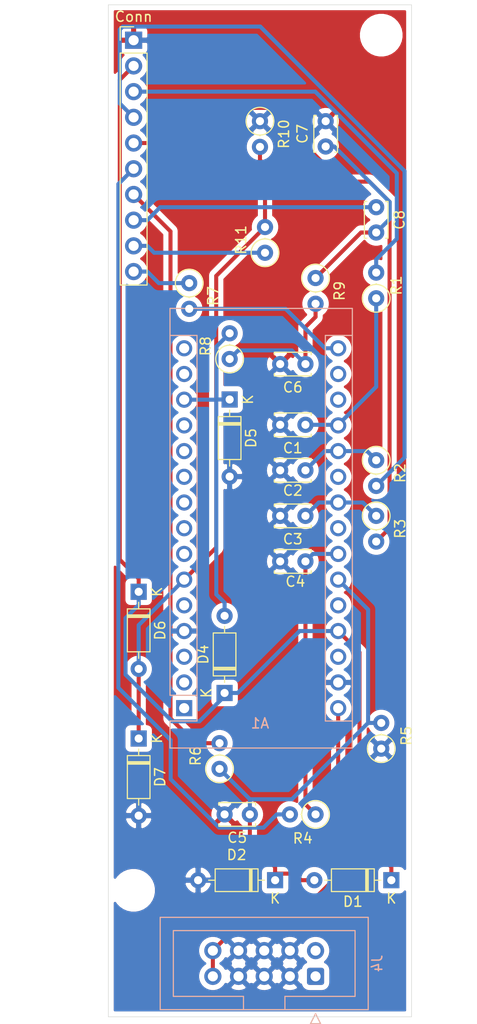
<source format=kicad_pcb>
(kicad_pcb (version 20171130) (host pcbnew "(5.1.9)-1")
  (layers (0 F.Cu signal) (31 B.Cu signal) (34 B.Paste user) (35 F.Paste user) (36 B.SilkS user) (37 F.SilkS user) (38 B.Mask user) (39 F.Mask user) (44 Edge.Cuts user))
  (net 0 "")
  (net 1 "Net-(A1-Pad16)")
  (net 2 "Net-(A1-Pad15)")
  (net 3 12V)
  (net 4 "Net-(A1-Pad14)")
  (net 5 GND)
  (net 6 "Net-(A1-Pad13)")
  (net 7 "Net-(A1-Pad28)")
  (net 8 "Net-(A1-Pad12)")
  (net 9 5V)
  (net 10 "Net-(A1-Pad11)")
  (net 11 "Net-(A1-Pad26)")
  (net 12 "Net-(A1-Pad10)")
  (net 13 "Net-(A1-Pad25)")
  (net 14 "Net-(A1-Pad9)")
  (net 15 "Net-(A1-Pad24)")
  (net 16 "Net-(A1-Pad8)")
  (net 17 "Net-(A1-Pad23)")
  (net 18 "Net-(A1-Pad7)")
  (net 19 "Net-(A1-Pad22)")
  (net 20 "Net-(A1-Pad6)")
  (net 21 "Net-(A1-Pad21)")
  (net 22 "Net-(A1-Pad5)")
  (net 23 "Net-(A1-Pad20)")
  (net 24 "Net-(A1-Pad19)")
  (net 25 "Net-(A1-Pad3)")
  (net 26 "Net-(A1-Pad18)")
  (net 27 "Net-(A1-Pad2)")
  (net 28 "Net-(A1-Pad17)")
  (net 29 "Net-(A1-Pad1)")
  (net 30 "Net-(C6-Pad1)")
  (net 31 "Net-(C7-Pad1)")
  (net 32 "Net-(C8-Pad1)")
  (net 33 "Net-(D3-Pad2)")
  (net 34 "Net-(J1-PadT)")
  (net 35 "Net-(J3-PadT)")
  (net 36 "Net-(J4-Pad2)")
  (net 37 "Net-(J4-Pad1)")
  (net 38 "Net-(R1-Pad2)")
  (net 39 "Net-(R2-Pad2)")
  (net 40 "Net-(R3-Pad2)")
  (net 41 "Net-(R4-Pad2)")
  (module Connector_PinHeader_2.54mm:PinHeader_1x10_P2.54mm_Vertical (layer F.Cu) (at 92.5 53.5)
    (fp_text reference Conn (at 0 -2.33) (layer F.SilkS))
    (fp_text value PinHeader_1x10_P2.54mm_Vertical)
    (fp_line (start -1.33 24.19) (end 1.33 24.19) (layer F.SilkS) (width 0.12))
    (fp_line (start -1.33 1.27) (end -1.33 24.19) (layer F.SilkS) (width 0.12))
    (fp_line (start 1.33 1.27) (end 1.33 24.19) (layer F.SilkS) (width 0.12))
    (fp_line (start -1.33 1.27) (end 1.33 1.27) (layer F.SilkS) (width 0.12))
    (fp_line (start -1.33 0) (end -1.33 -1.33) (layer F.SilkS) (width 0.12))
    (fp_line (start -1.33 -1.33) (end 0 -1.33) (layer F.SilkS) (width 0.12))
    (pad 10 thru_hole oval (at 0 22.86) (size 1.7 1.7) (drill 1) (layers *.Cu *.Mask) (net 33 "Net-(D3-Pad2)"))
    (pad 9 thru_hole oval (at 0 20.32) (size 1.7 1.7) (drill 1) (layers *.Cu *.Mask) (net 35 "Net-(J3-PadT)"))
    (pad 8 thru_hole oval (at 0 17.78) (size 1.7 1.7) (drill 1) (layers *.Cu *.Mask) (net 32 "Net-(C8-Pad1)"))
    (pad 7 thru_hole oval (at 0 15.24) (size 1.7 1.7) (drill 1) (layers *.Cu *.Mask) (net 34 "Net-(J1-PadT)"))
    (pad 6 thru_hole oval (at 0 12.7) (size 1.7 1.7) (drill 1) (layers *.Cu *.Mask) (net 41 "Net-(R4-Pad2)"))
    (pad 5 thru_hole oval (at 0 10.16) (size 1.7 1.7) (drill 1) (layers *.Cu *.Mask) (net 40 "Net-(R3-Pad2)"))
    (pad 4 thru_hole oval (at 0 7.62) (size 1.7 1.7) (drill 1) (layers *.Cu *.Mask) (net 39 "Net-(R2-Pad2)"))
    (pad 3 thru_hole oval (at 0 5.08) (size 1.7 1.7) (drill 1) (layers *.Cu *.Mask) (net 38 "Net-(R1-Pad2)"))
    (pad 2 thru_hole oval (at 0 2.54) (size 1.7 1.7) (drill 1) (layers *.Cu *.Mask) (net 9 5V))
    (pad 1 thru_hole rect (at 0 0) (size 1.7 1.7) (drill 1) (layers *.Cu *.Mask) (net 5 GND))
  )
  (module MountingHole:MountingHole_3.2mm_M3 (layer F.Cu) (at 92.5 137.5)
    (fp_text reference REF2 hide)
    (fp_text value MountingHole_3.2mm_M3)
    (pad 1 np_thru_hole circle (at 0 0) (size 3.2 3.2) (drill 3.2) (layers *.Cu *.Mask))
  )
  (module MountingHole:MountingHole_3.2mm_M3 (layer F.Cu) (at 117 53)
    (fp_text reference REF1 hide)
    (fp_text value MountingHole_3.2mm_M3)
    (pad 1 np_thru_hole circle (at 0 0) (size 3.2 3.2) (drill 3.2) (layers *.Cu *.Mask))
  )
  (module Diode_THT:D_DO-35_SOD27_P7.62mm_Horizontal (layer F.Cu) (at 93 122.5 270)
    (fp_text reference D7 (at 3.81 -2.12 90) (layer F.SilkS))
    (fp_text value BAT43)
    (fp_text user K (at 0 -1.8 90) (layer F.SilkS))
    (fp_line (start 1.69 -1.12) (end 1.69 1.12) (layer F.SilkS) (width 0.12))
    (fp_line (start 1.69 1.12) (end 5.93 1.12) (layer F.SilkS) (width 0.12))
    (fp_line (start 5.93 1.12) (end 5.93 -1.12) (layer F.SilkS) (width 0.12))
    (fp_line (start 5.93 -1.12) (end 1.69 -1.12) (layer F.SilkS) (width 0.12))
    (fp_line (start 1.04 0) (end 1.69 0) (layer F.SilkS) (width 0.12))
    (fp_line (start 6.58 0) (end 5.93 0) (layer F.SilkS) (width 0.12))
    (fp_line (start 2.41 -1.12) (end 2.41 1.12) (layer F.SilkS) (width 0.12))
    (fp_line (start 2.53 -1.12) (end 2.53 1.12) (layer F.SilkS) (width 0.12))
    (fp_line (start 2.29 -1.12) (end 2.29 1.12) (layer F.SilkS) (width 0.12))
    (pad 2 thru_hole oval (at 7.62 0 270) (size 1.6 1.6) (drill 0.8) (layers *.Cu *.Mask) (net 5 GND))
    (pad 1 thru_hole rect (at 0 0 270) (size 1.6 1.6) (drill 0.8) (layers *.Cu *.Mask) (net 20 "Net-(A1-Pad6)"))
  )
  (module Diode_THT:D_DO-35_SOD27_P7.62mm_Horizontal (layer F.Cu) (at 93 108 270)
    (fp_text reference D6 (at 3.81 -2.12 90) (layer F.SilkS))
    (fp_text value BAT43)
    (fp_text user K (at 0 -1.8 90) (layer F.SilkS))
    (fp_line (start 1.69 -1.12) (end 1.69 1.12) (layer F.SilkS) (width 0.12))
    (fp_line (start 1.69 1.12) (end 5.93 1.12) (layer F.SilkS) (width 0.12))
    (fp_line (start 5.93 1.12) (end 5.93 -1.12) (layer F.SilkS) (width 0.12))
    (fp_line (start 5.93 -1.12) (end 1.69 -1.12) (layer F.SilkS) (width 0.12))
    (fp_line (start 1.04 0) (end 1.69 0) (layer F.SilkS) (width 0.12))
    (fp_line (start 6.58 0) (end 5.93 0) (layer F.SilkS) (width 0.12))
    (fp_line (start 2.41 -1.12) (end 2.41 1.12) (layer F.SilkS) (width 0.12))
    (fp_line (start 2.53 -1.12) (end 2.53 1.12) (layer F.SilkS) (width 0.12))
    (fp_line (start 2.29 -1.12) (end 2.29 1.12) (layer F.SilkS) (width 0.12))
    (pad 2 thru_hole oval (at 7.62 0 270) (size 1.6 1.6) (drill 0.8) (layers *.Cu *.Mask) (net 20 "Net-(A1-Pad6)"))
    (pad 1 thru_hole rect (at 0 0 270) (size 1.6 1.6) (drill 0.8) (layers *.Cu *.Mask) (net 9 5V))
  )
  (module Diode_THT:D_DO-35_SOD27_P7.62mm_Horizontal (layer F.Cu) (at 102 89 270)
    (fp_text reference D5 (at 3.81 -2.12 90) (layer F.SilkS))
    (fp_text value BAT43)
    (fp_text user K (at 0 -1.8 90) (layer F.SilkS))
    (fp_line (start 1.69 -1.12) (end 1.69 1.12) (layer F.SilkS) (width 0.12))
    (fp_line (start 1.69 1.12) (end 5.93 1.12) (layer F.SilkS) (width 0.12))
    (fp_line (start 5.93 1.12) (end 5.93 -1.12) (layer F.SilkS) (width 0.12))
    (fp_line (start 5.93 -1.12) (end 1.69 -1.12) (layer F.SilkS) (width 0.12))
    (fp_line (start 1.04 0) (end 1.69 0) (layer F.SilkS) (width 0.12))
    (fp_line (start 6.58 0) (end 5.93 0) (layer F.SilkS) (width 0.12))
    (fp_line (start 2.41 -1.12) (end 2.41 1.12) (layer F.SilkS) (width 0.12))
    (fp_line (start 2.53 -1.12) (end 2.53 1.12) (layer F.SilkS) (width 0.12))
    (fp_line (start 2.29 -1.12) (end 2.29 1.12) (layer F.SilkS) (width 0.12))
    (pad 2 thru_hole oval (at 7.62 0 270) (size 1.6 1.6) (drill 0.8) (layers *.Cu *.Mask) (net 5 GND))
    (pad 1 thru_hole rect (at 0 0 270) (size 1.6 1.6) (drill 0.8) (layers *.Cu *.Mask) (net 6 "Net-(A1-Pad13)"))
  )
  (module Diode_THT:D_DO-35_SOD27_P7.62mm_Horizontal (layer F.Cu) (at 101.5 118 90)
    (fp_text reference D4 (at 3.81 -2.12 90) (layer F.SilkS))
    (fp_text value BAT43)
    (fp_text user K (at 0 -1.8 90) (layer F.SilkS))
    (fp_line (start 1.69 -1.12) (end 1.69 1.12) (layer F.SilkS) (width 0.12))
    (fp_line (start 1.69 1.12) (end 5.93 1.12) (layer F.SilkS) (width 0.12))
    (fp_line (start 5.93 1.12) (end 5.93 -1.12) (layer F.SilkS) (width 0.12))
    (fp_line (start 5.93 -1.12) (end 1.69 -1.12) (layer F.SilkS) (width 0.12))
    (fp_line (start 1.04 0) (end 1.69 0) (layer F.SilkS) (width 0.12))
    (fp_line (start 6.58 0) (end 5.93 0) (layer F.SilkS) (width 0.12))
    (fp_line (start 2.41 -1.12) (end 2.41 1.12) (layer F.SilkS) (width 0.12))
    (fp_line (start 2.53 -1.12) (end 2.53 1.12) (layer F.SilkS) (width 0.12))
    (fp_line (start 2.29 -1.12) (end 2.29 1.12) (layer F.SilkS) (width 0.12))
    (pad 2 thru_hole oval (at 7.62 0 90) (size 1.6 1.6) (drill 0.8) (layers *.Cu *.Mask) (net 6 "Net-(A1-Pad13)"))
    (pad 1 thru_hole rect (at 0 0 90) (size 1.6 1.6) (drill 0.8) (layers *.Cu *.Mask) (net 9 5V))
  )
  (module Diode_THT:D_DO-35_SOD27_P7.62mm_Horizontal (layer F.Cu) (at 106.5 136.5 180)
    (fp_text reference D2 (at 3.81 2.5) (layer F.SilkS))
    (fp_text value BAT43)
    (fp_text user K (at 0 -1.8) (layer F.SilkS))
    (fp_line (start 1.69 -1.12) (end 1.69 1.12) (layer F.SilkS) (width 0.12))
    (fp_line (start 1.69 1.12) (end 5.93 1.12) (layer F.SilkS) (width 0.12))
    (fp_line (start 5.93 1.12) (end 5.93 -1.12) (layer F.SilkS) (width 0.12))
    (fp_line (start 5.93 -1.12) (end 1.69 -1.12) (layer F.SilkS) (width 0.12))
    (fp_line (start 1.04 0) (end 1.69 0) (layer F.SilkS) (width 0.12))
    (fp_line (start 6.58 0) (end 5.93 0) (layer F.SilkS) (width 0.12))
    (fp_line (start 2.41 -1.12) (end 2.41 1.12) (layer F.SilkS) (width 0.12))
    (fp_line (start 2.53 -1.12) (end 2.53 1.12) (layer F.SilkS) (width 0.12))
    (fp_line (start 2.29 -1.12) (end 2.29 1.12) (layer F.SilkS) (width 0.12))
    (pad 2 thru_hole oval (at 7.62 0 180) (size 1.6 1.6) (drill 0.8) (layers *.Cu *.Mask) (net 5 GND))
    (pad 1 thru_hole rect (at 0 0 180) (size 1.6 1.6) (drill 0.8) (layers *.Cu *.Mask) (net 13 "Net-(A1-Pad25)"))
  )
  (module Diode_THT:D_DO-35_SOD27_P7.62mm_Horizontal (layer F.Cu) (at 118 136.5 180)
    (fp_text reference D1 (at 3.81 -2.12) (layer F.SilkS))
    (fp_text value BAT43)
    (fp_text user K (at 0 -1.8) (layer F.SilkS))
    (fp_line (start 1.69 -1.12) (end 1.69 1.12) (layer F.SilkS) (width 0.12))
    (fp_line (start 1.69 1.12) (end 5.93 1.12) (layer F.SilkS) (width 0.12))
    (fp_line (start 5.93 1.12) (end 5.93 -1.12) (layer F.SilkS) (width 0.12))
    (fp_line (start 5.93 -1.12) (end 1.69 -1.12) (layer F.SilkS) (width 0.12))
    (fp_line (start 1.04 0) (end 1.69 0) (layer F.SilkS) (width 0.12))
    (fp_line (start 6.58 0) (end 5.93 0) (layer F.SilkS) (width 0.12))
    (fp_line (start 2.41 -1.12) (end 2.41 1.12) (layer F.SilkS) (width 0.12))
    (fp_line (start 2.53 -1.12) (end 2.53 1.12) (layer F.SilkS) (width 0.12))
    (fp_line (start 2.29 -1.12) (end 2.29 1.12) (layer F.SilkS) (width 0.12))
    (pad 2 thru_hole oval (at 7.62 0 180) (size 1.6 1.6) (drill 0.8) (layers *.Cu *.Mask) (net 13 "Net-(A1-Pad25)"))
    (pad 1 thru_hole rect (at 0 0 180) (size 1.6 1.6) (drill 0.8) (layers *.Cu *.Mask) (net 9 5V))
  )
  (module Resistor_THT:R_Axial_DIN0207_L6.3mm_D2.5mm_P2.54mm_Vertical (layer F.Cu) (at 105.5 74.5 90)
    (fp_text reference R11 (at 1.27 -2.37 90) (layer F.SilkS))
    (fp_text value 1K)
    (fp_circle (center 0 0) (end 1.37 0) (layer F.SilkS) (width 0.12))
    (fp_line (start 1.37 0) (end 1.44 0) (layer F.SilkS) (width 0.12))
    (pad 2 thru_hole oval (at 2.54 0 90) (size 1.6 1.6) (drill 0.8) (layers *.Cu *.Mask) (net 20 "Net-(A1-Pad6)"))
    (pad 1 thru_hole circle (at 0 0 90) (size 1.6 1.6) (drill 0.8) (layers *.Cu *.Mask) (net 35 "Net-(J3-PadT)"))
  )
  (module Resistor_THT:R_Axial_DIN0207_L6.3mm_D2.5mm_P2.54mm_Vertical (layer F.Cu) (at 105 61.5 270)
    (fp_text reference R10 (at 1.27 -2.37 90) (layer F.SilkS))
    (fp_text value 100K)
    (fp_circle (center 0 0) (end 1.37 0) (layer F.SilkS) (width 0.12))
    (fp_line (start 1.37 0) (end 1.44 0) (layer F.SilkS) (width 0.12))
    (pad 2 thru_hole oval (at 2.54 0 270) (size 1.6 1.6) (drill 0.8) (layers *.Cu *.Mask) (net 20 "Net-(A1-Pad6)"))
    (pad 1 thru_hole circle (at 0 0 270) (size 1.6 1.6) (drill 0.8) (layers *.Cu *.Mask) (net 5 GND))
  )
  (module Resistor_THT:R_Axial_DIN0207_L6.3mm_D2.5mm_P2.54mm_Vertical (layer F.Cu) (at 110.5 77 270)
    (fp_text reference R9 (at 1.27 -2.37 90) (layer F.SilkS))
    (fp_text value 470R)
    (fp_circle (center 0 0) (end 1.37 0) (layer F.SilkS) (width 0.12))
    (fp_line (start 1.37 0) (end 1.44 0) (layer F.SilkS) (width 0.12))
    (pad 2 thru_hole oval (at 2.54 0 270) (size 1.6 1.6) (drill 0.8) (layers *.Cu *.Mask) (net 30 "Net-(C6-Pad1)"))
    (pad 1 thru_hole circle (at 0 0 270) (size 1.6 1.6) (drill 0.8) (layers *.Cu *.Mask) (net 31 "Net-(C7-Pad1)"))
  )
  (module Resistor_THT:R_Axial_DIN0207_L6.3mm_D2.5mm_P2.54mm_Vertical (layer F.Cu) (at 102 85 90)
    (fp_text reference R8 (at 1.27 -2.37 90) (layer F.SilkS))
    (fp_text value 470R)
    (fp_circle (center 0 0) (end 1.37 0) (layer F.SilkS) (width 0.12))
    (fp_line (start 1.37 0) (end 1.44 0) (layer F.SilkS) (width 0.12))
    (pad 2 thru_hole oval (at 2.54 0 90) (size 1.6 1.6) (drill 0.8) (layers *.Cu *.Mask) (net 6 "Net-(A1-Pad13)"))
    (pad 1 thru_hole circle (at 0 0 90) (size 1.6 1.6) (drill 0.8) (layers *.Cu *.Mask) (net 30 "Net-(C6-Pad1)"))
  )
  (module Resistor_THT:R_Axial_DIN0207_L6.3mm_D2.5mm_P2.54mm_Vertical (layer F.Cu) (at 98 77.5 270)
    (fp_text reference R7 (at 1.27 -2.37 90) (layer F.SilkS))
    (fp_text value 33K)
    (fp_circle (center 0 0) (end 1.37 0) (layer F.SilkS) (width 0.12))
    (fp_line (start 1.37 0) (end 1.44 0) (layer F.SilkS) (width 0.12))
    (pad 2 thru_hole oval (at 2.54 0 270) (size 1.6 1.6) (drill 0.8) (layers *.Cu *.Mask) (net 1 "Net-(A1-Pad16)"))
    (pad 1 thru_hole circle (at 0 0 270) (size 1.6 1.6) (drill 0.8) (layers *.Cu *.Mask) (net 33 "Net-(D3-Pad2)"))
  )
  (module Resistor_THT:R_Axial_DIN0207_L6.3mm_D2.5mm_P2.54mm_Vertical (layer F.Cu) (at 101 125.5 90)
    (fp_text reference R6 (at 1.27 -2.37 90) (layer F.SilkS))
    (fp_text value 1K)
    (fp_circle (center 0 0) (end 1.37 0) (layer F.SilkS) (width 0.12))
    (fp_line (start 1.37 0) (end 1.44 0) (layer F.SilkS) (width 0.12))
    (pad 2 thru_hole oval (at 2.54 0 90) (size 1.6 1.6) (drill 0.8) (layers *.Cu *.Mask) (net 34 "Net-(J1-PadT)"))
    (pad 1 thru_hole circle (at 0 0 90) (size 1.6 1.6) (drill 0.8) (layers *.Cu *.Mask) (net 13 "Net-(A1-Pad25)"))
  )
  (module Resistor_THT:R_Axial_DIN0207_L6.3mm_D2.5mm_P2.54mm_Vertical (layer F.Cu) (at 117 123.5 90)
    (fp_text reference R5 (at 1.27 2.5 90) (layer F.SilkS))
    (fp_text value 100K)
    (fp_circle (center 0 0) (end 1.37 0) (layer F.SilkS) (width 0.12))
    (fp_line (start 1.37 0) (end 1.44 0) (layer F.SilkS) (width 0.12))
    (pad 2 thru_hole oval (at 2.54 0 90) (size 1.6 1.6) (drill 0.8) (layers *.Cu *.Mask) (net 13 "Net-(A1-Pad25)"))
    (pad 1 thru_hole circle (at 0 0 90) (size 1.6 1.6) (drill 0.8) (layers *.Cu *.Mask) (net 5 GND))
  )
  (module Resistor_THT:R_Axial_DIN0207_L6.3mm_D2.5mm_P2.54mm_Vertical (layer F.Cu) (at 110.5 130 180)
    (fp_text reference R4 (at 1.27 -2.37) (layer F.SilkS))
    (fp_text value 1K)
    (fp_circle (center 0 0) (end 1.37 0) (layer F.SilkS) (width 0.12))
    (fp_line (start 1.37 0) (end 1.44 0) (layer F.SilkS) (width 0.12))
    (pad 2 thru_hole oval (at 2.54 0 180) (size 1.6 1.6) (drill 0.8) (layers *.Cu *.Mask) (net 41 "Net-(R4-Pad2)"))
    (pad 1 thru_hole circle (at 0 0 180) (size 1.6 1.6) (drill 0.8) (layers *.Cu *.Mask) (net 15 "Net-(A1-Pad24)"))
  )
  (module Resistor_THT:R_Axial_DIN0207_L6.3mm_D2.5mm_P2.54mm_Vertical (layer F.Cu) (at 116.5 100.5 270)
    (fp_text reference R3 (at 1.27 -2.37 90) (layer F.SilkS))
    (fp_text value 1K)
    (fp_circle (center 0 0) (end 1.37 0) (layer F.SilkS) (width 0.12))
    (fp_line (start 1.37 0) (end 1.44 0) (layer F.SilkS) (width 0.12))
    (pad 2 thru_hole oval (at 2.54 0 270) (size 1.6 1.6) (drill 0.8) (layers *.Cu *.Mask) (net 40 "Net-(R3-Pad2)"))
    (pad 1 thru_hole circle (at 0 0 270) (size 1.6 1.6) (drill 0.8) (layers *.Cu *.Mask) (net 19 "Net-(A1-Pad22)"))
  )
  (module Resistor_THT:R_Axial_DIN0207_L6.3mm_D2.5mm_P2.54mm_Vertical (layer F.Cu) (at 116.5 95 270)
    (fp_text reference R2 (at 1.27 -2.37 90) (layer F.SilkS))
    (fp_text value 1K)
    (fp_circle (center 0 0) (end 1.37 0) (layer F.SilkS) (width 0.12))
    (fp_line (start 1.37 0) (end 1.44 0) (layer F.SilkS) (width 0.12))
    (pad 2 thru_hole oval (at 2.54 0 270) (size 1.6 1.6) (drill 0.8) (layers *.Cu *.Mask) (net 39 "Net-(R2-Pad2)"))
    (pad 1 thru_hole circle (at 0 0 270) (size 1.6 1.6) (drill 0.8) (layers *.Cu *.Mask) (net 23 "Net-(A1-Pad20)"))
  )
  (module Resistor_THT:R_Axial_DIN0207_L6.3mm_D2.5mm_P2.54mm_Vertical (layer F.Cu) (at 116.5 79 90)
    (fp_text reference R1 (at 1.27 2 90) (layer F.SilkS))
    (fp_text value 1K)
    (fp_circle (center 0 0) (end 1.37 0) (layer F.SilkS) (width 0.12))
    (fp_line (start 1.37 0) (end 1.44 0) (layer F.SilkS) (width 0.12))
    (pad 2 thru_hole oval (at 2.54 0 90) (size 1.6 1.6) (drill 0.8) (layers *.Cu *.Mask) (net 38 "Net-(R1-Pad2)"))
    (pad 1 thru_hole circle (at 0 0 90) (size 1.6 1.6) (drill 0.8) (layers *.Cu *.Mask) (net 24 "Net-(A1-Pad19)"))
  )
  (module Connector_IDC:IDC-Header_2x05_P2.54mm_Vertical (layer B.Cu) (at 110.5 146 90)
    (fp_text reference J4 (at 1.27 6.1 270) (layer B.SilkS) (effects (justify mirror)))
    (fp_text value POWER)
    (fp_line (start -3.29 5.21) (end 5.83 5.21) (layer B.SilkS) (width 0.12))
    (fp_line (start 5.83 5.21) (end 5.83 -15.37) (layer B.SilkS) (width 0.12))
    (fp_line (start 5.83 -15.37) (end -3.29 -15.37) (layer B.SilkS) (width 0.12))
    (fp_line (start -3.29 -15.37) (end -3.29 5.21) (layer B.SilkS) (width 0.12))
    (fp_line (start -3.29 -3.03) (end -1.98 -3.03) (layer B.SilkS) (width 0.12))
    (fp_line (start -1.98 -3.03) (end -1.98 3.91) (layer B.SilkS) (width 0.12))
    (fp_line (start -1.98 3.91) (end 4.52 3.91) (layer B.SilkS) (width 0.12))
    (fp_line (start 4.52 3.91) (end 4.52 -14.07) (layer B.SilkS) (width 0.12))
    (fp_line (start 4.52 -14.07) (end -1.98 -14.07) (layer B.SilkS) (width 0.12))
    (fp_line (start -1.98 -14.07) (end -1.98 -7.13) (layer B.SilkS) (width 0.12))
    (fp_line (start -1.98 -7.13) (end -1.98 -7.13) (layer B.SilkS) (width 0.12))
    (fp_line (start -1.98 -7.13) (end -3.29 -7.13) (layer B.SilkS) (width 0.12))
    (fp_line (start -3.68 0) (end -4.68 0.5) (layer B.SilkS) (width 0.12))
    (fp_line (start -4.68 0.5) (end -4.68 -0.5) (layer B.SilkS) (width 0.12))
    (fp_line (start -4.68 -0.5) (end -3.68 0) (layer B.SilkS) (width 0.12))
    (pad 10 thru_hole circle (at 2.54 -10.16 90) (size 1.7 1.7) (drill 1) (layers *.Cu *.Mask) (net 3 12V))
    (pad 8 thru_hole circle (at 2.54 -7.62 90) (size 1.7 1.7) (drill 1) (layers *.Cu *.Mask) (net 5 GND))
    (pad 6 thru_hole circle (at 2.54 -5.08 90) (size 1.7 1.7) (drill 1) (layers *.Cu *.Mask) (net 5 GND))
    (pad 4 thru_hole circle (at 2.54 -2.54 90) (size 1.7 1.7) (drill 1) (layers *.Cu *.Mask) (net 5 GND))
    (pad 2 thru_hole circle (at 2.54 0 90) (size 1.7 1.7) (drill 1) (layers *.Cu *.Mask) (net 36 "Net-(J4-Pad2)"))
    (pad 9 thru_hole circle (at 0 -10.16 90) (size 1.7 1.7) (drill 1) (layers *.Cu *.Mask) (net 3 12V))
    (pad 7 thru_hole circle (at 0 -7.62 90) (size 1.7 1.7) (drill 1) (layers *.Cu *.Mask) (net 5 GND))
    (pad 5 thru_hole circle (at 0 -5.08 90) (size 1.7 1.7) (drill 1) (layers *.Cu *.Mask) (net 5 GND))
    (pad 3 thru_hole circle (at 0 -2.54 90) (size 1.7 1.7) (drill 1) (layers *.Cu *.Mask) (net 5 GND))
    (pad 1 thru_hole roundrect (at 0 0 90) (size 1.7 1.7) (drill 1) (layers *.Cu *.Mask) (roundrect_rratio 0.147059) (net 37 "Net-(J4-Pad1)"))
  )
  (module Capacitor_THT:C_Disc_D3.4mm_W2.1mm_P2.50mm (layer F.Cu) (at 116.5 70 270)
    (fp_text reference C8 (at 1.25 -2.3 90) (layer F.SilkS))
    (fp_text value 2.2nF)
    (fp_line (start -0.57 -1.17) (end 3.07 -1.17) (layer F.SilkS) (width 0.12))
    (fp_line (start -0.57 1.17) (end 3.07 1.17) (layer F.SilkS) (width 0.12))
    (fp_line (start -0.57 -1.17) (end -0.57 -0.925) (layer F.SilkS) (width 0.12))
    (fp_line (start -0.57 0.925) (end -0.57 1.17) (layer F.SilkS) (width 0.12))
    (fp_line (start 3.07 -1.17) (end 3.07 -0.925) (layer F.SilkS) (width 0.12))
    (fp_line (start 3.07 0.925) (end 3.07 1.17) (layer F.SilkS) (width 0.12))
    (pad 2 thru_hole circle (at 2.5 0 270) (size 1.6 1.6) (drill 0.8) (layers *.Cu *.Mask) (net 31 "Net-(C7-Pad1)"))
    (pad 1 thru_hole circle (at 0 0 270) (size 1.6 1.6) (drill 0.8) (layers *.Cu *.Mask) (net 32 "Net-(C8-Pad1)"))
  )
  (module Capacitor_THT:C_Disc_D3.4mm_W2.1mm_P2.50mm (layer F.Cu) (at 111.5 64 90)
    (fp_text reference C7 (at 1.25 -2.3 90) (layer F.SilkS))
    (fp_text value 470nF)
    (fp_line (start -0.57 -1.17) (end 3.07 -1.17) (layer F.SilkS) (width 0.12))
    (fp_line (start -0.57 1.17) (end 3.07 1.17) (layer F.SilkS) (width 0.12))
    (fp_line (start -0.57 -1.17) (end -0.57 -0.925) (layer F.SilkS) (width 0.12))
    (fp_line (start -0.57 0.925) (end -0.57 1.17) (layer F.SilkS) (width 0.12))
    (fp_line (start 3.07 -1.17) (end 3.07 -0.925) (layer F.SilkS) (width 0.12))
    (fp_line (start 3.07 0.925) (end 3.07 1.17) (layer F.SilkS) (width 0.12))
    (pad 2 thru_hole circle (at 2.5 0 90) (size 1.6 1.6) (drill 0.8) (layers *.Cu *.Mask) (net 5 GND))
    (pad 1 thru_hole circle (at 0 0 90) (size 1.6 1.6) (drill 0.8) (layers *.Cu *.Mask) (net 31 "Net-(C7-Pad1)"))
  )
  (module Capacitor_THT:C_Disc_D3.4mm_W2.1mm_P2.50mm (layer F.Cu) (at 109.5 85.5 180)
    (fp_text reference C6 (at 1.25 -2.3) (layer F.SilkS))
    (fp_text value 2.2uF)
    (fp_line (start -0.57 -1.17) (end 3.07 -1.17) (layer F.SilkS) (width 0.12))
    (fp_line (start -0.57 1.17) (end 3.07 1.17) (layer F.SilkS) (width 0.12))
    (fp_line (start -0.57 -1.17) (end -0.57 -0.925) (layer F.SilkS) (width 0.12))
    (fp_line (start -0.57 0.925) (end -0.57 1.17) (layer F.SilkS) (width 0.12))
    (fp_line (start 3.07 -1.17) (end 3.07 -0.925) (layer F.SilkS) (width 0.12))
    (fp_line (start 3.07 0.925) (end 3.07 1.17) (layer F.SilkS) (width 0.12))
    (pad 2 thru_hole circle (at 2.5 0 180) (size 1.6 1.6) (drill 0.8) (layers *.Cu *.Mask) (net 5 GND))
    (pad 1 thru_hole circle (at 0 0 180) (size 1.6 1.6) (drill 0.8) (layers *.Cu *.Mask) (net 30 "Net-(C6-Pad1)"))
  )
  (module Capacitor_THT:C_Disc_D3.4mm_W2.1mm_P2.50mm (layer F.Cu) (at 104 130 180)
    (fp_text reference C5 (at 1.25 -2.3) (layer F.SilkS))
    (fp_text value 100pF)
    (fp_line (start -0.57 -1.17) (end 3.07 -1.17) (layer F.SilkS) (width 0.12))
    (fp_line (start -0.57 1.17) (end 3.07 1.17) (layer F.SilkS) (width 0.12))
    (fp_line (start -0.57 -1.17) (end -0.57 -0.925) (layer F.SilkS) (width 0.12))
    (fp_line (start -0.57 0.925) (end -0.57 1.17) (layer F.SilkS) (width 0.12))
    (fp_line (start 3.07 -1.17) (end 3.07 -0.925) (layer F.SilkS) (width 0.12))
    (fp_line (start 3.07 0.925) (end 3.07 1.17) (layer F.SilkS) (width 0.12))
    (pad 2 thru_hole circle (at 2.5 0 180) (size 1.6 1.6) (drill 0.8) (layers *.Cu *.Mask) (net 5 GND))
    (pad 1 thru_hole circle (at 0 0 180) (size 1.6 1.6) (drill 0.8) (layers *.Cu *.Mask) (net 13 "Net-(A1-Pad25)"))
  )
  (module Capacitor_THT:C_Disc_D3.4mm_W2.1mm_P2.50mm (layer F.Cu) (at 109.5 105 180)
    (fp_text reference C4 (at 1 -2) (layer F.SilkS))
    (fp_text value 100pF)
    (fp_line (start -0.57 -1.17) (end 3.07 -1.17) (layer F.SilkS) (width 0.12))
    (fp_line (start -0.57 1.17) (end 3.07 1.17) (layer F.SilkS) (width 0.12))
    (fp_line (start -0.57 -1.17) (end -0.57 -0.925) (layer F.SilkS) (width 0.12))
    (fp_line (start -0.57 0.925) (end -0.57 1.17) (layer F.SilkS) (width 0.12))
    (fp_line (start 3.07 -1.17) (end 3.07 -0.925) (layer F.SilkS) (width 0.12))
    (fp_line (start 3.07 0.925) (end 3.07 1.17) (layer F.SilkS) (width 0.12))
    (pad 2 thru_hole circle (at 2.5 0 180) (size 1.6 1.6) (drill 0.8) (layers *.Cu *.Mask) (net 5 GND))
    (pad 1 thru_hole circle (at 0 0 180) (size 1.6 1.6) (drill 0.8) (layers *.Cu *.Mask) (net 15 "Net-(A1-Pad24)"))
  )
  (module Capacitor_THT:C_Disc_D3.4mm_W2.1mm_P2.50mm (layer F.Cu) (at 109.5 100.5 180)
    (fp_text reference C3 (at 1.25 -2.3) (layer F.SilkS))
    (fp_text value 100pF)
    (fp_line (start -0.57 -1.17) (end 3.07 -1.17) (layer F.SilkS) (width 0.12))
    (fp_line (start -0.57 1.17) (end 3.07 1.17) (layer F.SilkS) (width 0.12))
    (fp_line (start -0.57 -1.17) (end -0.57 -0.925) (layer F.SilkS) (width 0.12))
    (fp_line (start -0.57 0.925) (end -0.57 1.17) (layer F.SilkS) (width 0.12))
    (fp_line (start 3.07 -1.17) (end 3.07 -0.925) (layer F.SilkS) (width 0.12))
    (fp_line (start 3.07 0.925) (end 3.07 1.17) (layer F.SilkS) (width 0.12))
    (pad 2 thru_hole circle (at 2.5 0 180) (size 1.6 1.6) (drill 0.8) (layers *.Cu *.Mask) (net 5 GND))
    (pad 1 thru_hole circle (at 0 0 180) (size 1.6 1.6) (drill 0.8) (layers *.Cu *.Mask) (net 19 "Net-(A1-Pad22)"))
  )
  (module Capacitor_THT:C_Disc_D3.4mm_W2.1mm_P2.50mm (layer F.Cu) (at 109.5 96 180)
    (fp_text reference C2 (at 1.25 -2) (layer F.SilkS))
    (fp_text value 100pF)
    (fp_line (start -0.57 -1.17) (end 3.07 -1.17) (layer F.SilkS) (width 0.12))
    (fp_line (start -0.57 1.17) (end 3.07 1.17) (layer F.SilkS) (width 0.12))
    (fp_line (start -0.57 -1.17) (end -0.57 -0.925) (layer F.SilkS) (width 0.12))
    (fp_line (start -0.57 0.925) (end -0.57 1.17) (layer F.SilkS) (width 0.12))
    (fp_line (start 3.07 -1.17) (end 3.07 -0.925) (layer F.SilkS) (width 0.12))
    (fp_line (start 3.07 0.925) (end 3.07 1.17) (layer F.SilkS) (width 0.12))
    (pad 2 thru_hole circle (at 2.5 0 180) (size 1.6 1.6) (drill 0.8) (layers *.Cu *.Mask) (net 5 GND))
    (pad 1 thru_hole circle (at 0 0 180) (size 1.6 1.6) (drill 0.8) (layers *.Cu *.Mask) (net 23 "Net-(A1-Pad20)"))
  )
  (module Capacitor_THT:C_Disc_D3.4mm_W2.1mm_P2.50mm (layer F.Cu) (at 109.5 91.5 180)
    (fp_text reference C1 (at 1.25 -2.3) (layer F.SilkS))
    (fp_text value 100pF)
    (fp_line (start -0.57 -1.17) (end 3.07 -1.17) (layer F.SilkS) (width 0.12))
    (fp_line (start -0.57 1.17) (end 3.07 1.17) (layer F.SilkS) (width 0.12))
    (fp_line (start -0.57 -1.17) (end -0.57 -0.925) (layer F.SilkS) (width 0.12))
    (fp_line (start -0.57 0.925) (end -0.57 1.17) (layer F.SilkS) (width 0.12))
    (fp_line (start 3.07 -1.17) (end 3.07 -0.925) (layer F.SilkS) (width 0.12))
    (fp_line (start 3.07 0.925) (end 3.07 1.17) (layer F.SilkS) (width 0.12))
    (pad 2 thru_hole circle (at 2.5 0 180) (size 1.6 1.6) (drill 0.8) (layers *.Cu *.Mask) (net 5 GND))
    (pad 1 thru_hole circle (at 0 0 180) (size 1.6 1.6) (drill 0.8) (layers *.Cu *.Mask) (net 24 "Net-(A1-Pad19)"))
  )
  (module Module:Arduino_Nano (layer B.Cu) (at 97.5 119.5)
    (fp_text reference A1 (at 7.5 1.5) (layer B.SilkS) (effects (justify mirror)))
    (fp_text value Arduino_Nano_v3.x)
    (fp_line (start 1.27 -1.27) (end 1.27 1.27) (layer B.SilkS) (width 0.12))
    (fp_line (start 1.27 1.27) (end -1.4 1.27) (layer B.SilkS) (width 0.12))
    (fp_line (start -1.4 -1.27) (end -1.4 -39.5) (layer B.SilkS) (width 0.12))
    (fp_line (start -1.4 3.94) (end -1.4 1.27) (layer B.SilkS) (width 0.12))
    (fp_line (start 13.97 1.27) (end 16.64 1.27) (layer B.SilkS) (width 0.12))
    (fp_line (start 13.97 1.27) (end 13.97 -36.83) (layer B.SilkS) (width 0.12))
    (fp_line (start 13.97 -36.83) (end 16.64 -36.83) (layer B.SilkS) (width 0.12))
    (fp_line (start 1.27 -1.27) (end -1.4 -1.27) (layer B.SilkS) (width 0.12))
    (fp_line (start 1.27 -1.27) (end 1.27 -36.83) (layer B.SilkS) (width 0.12))
    (fp_line (start 1.27 -36.83) (end -1.4 -36.83) (layer B.SilkS) (width 0.12))
    (fp_line (start -1.4 -39.5) (end 16.64 -39.5) (layer B.SilkS) (width 0.12))
    (fp_line (start 16.64 -39.5) (end 16.64 3.94) (layer B.SilkS) (width 0.12))
    (fp_line (start 16.64 3.94) (end -1.4 3.94) (layer B.SilkS) (width 0.12))
    (pad 16 thru_hole oval (at 15.24 -35.56) (size 1.6 1.6) (drill 1) (layers *.Cu *.Mask) (net 1 "Net-(A1-Pad16)"))
    (pad 15 thru_hole oval (at 0 -35.56) (size 1.6 1.6) (drill 1) (layers *.Cu *.Mask) (net 2 "Net-(A1-Pad15)"))
    (pad 30 thru_hole oval (at 15.24 0) (size 1.6 1.6) (drill 1) (layers *.Cu *.Mask) (net 3 12V))
    (pad 14 thru_hole oval (at 0 -33.02) (size 1.6 1.6) (drill 1) (layers *.Cu *.Mask) (net 4 "Net-(A1-Pad14)"))
    (pad 29 thru_hole oval (at 15.24 -2.54) (size 1.6 1.6) (drill 1) (layers *.Cu *.Mask) (net 5 GND))
    (pad 13 thru_hole oval (at 0 -30.48) (size 1.6 1.6) (drill 1) (layers *.Cu *.Mask) (net 6 "Net-(A1-Pad13)"))
    (pad 28 thru_hole oval (at 15.24 -5.08) (size 1.6 1.6) (drill 1) (layers *.Cu *.Mask) (net 7 "Net-(A1-Pad28)"))
    (pad 12 thru_hole oval (at 0 -27.94) (size 1.6 1.6) (drill 1) (layers *.Cu *.Mask) (net 8 "Net-(A1-Pad12)"))
    (pad 27 thru_hole oval (at 15.24 -7.62) (size 1.6 1.6) (drill 1) (layers *.Cu *.Mask) (net 9 5V))
    (pad 11 thru_hole oval (at 0 -25.4) (size 1.6 1.6) (drill 1) (layers *.Cu *.Mask) (net 10 "Net-(A1-Pad11)"))
    (pad 26 thru_hole oval (at 15.24 -10.16) (size 1.6 1.6) (drill 1) (layers *.Cu *.Mask) (net 11 "Net-(A1-Pad26)"))
    (pad 10 thru_hole oval (at 0 -22.86) (size 1.6 1.6) (drill 1) (layers *.Cu *.Mask) (net 12 "Net-(A1-Pad10)"))
    (pad 25 thru_hole oval (at 15.24 -12.7) (size 1.6 1.6) (drill 1) (layers *.Cu *.Mask) (net 13 "Net-(A1-Pad25)"))
    (pad 9 thru_hole oval (at 0 -20.32) (size 1.6 1.6) (drill 1) (layers *.Cu *.Mask) (net 14 "Net-(A1-Pad9)"))
    (pad 24 thru_hole oval (at 15.24 -15.24) (size 1.6 1.6) (drill 1) (layers *.Cu *.Mask) (net 15 "Net-(A1-Pad24)"))
    (pad 8 thru_hole oval (at 0 -17.78) (size 1.6 1.6) (drill 1) (layers *.Cu *.Mask) (net 16 "Net-(A1-Pad8)"))
    (pad 23 thru_hole oval (at 15.24 -17.78) (size 1.6 1.6) (drill 1) (layers *.Cu *.Mask) (net 17 "Net-(A1-Pad23)"))
    (pad 7 thru_hole oval (at 0 -15.24) (size 1.6 1.6) (drill 1) (layers *.Cu *.Mask) (net 18 "Net-(A1-Pad7)"))
    (pad 22 thru_hole oval (at 15.24 -20.32) (size 1.6 1.6) (drill 1) (layers *.Cu *.Mask) (net 19 "Net-(A1-Pad22)"))
    (pad 6 thru_hole oval (at 0 -12.7) (size 1.6 1.6) (drill 1) (layers *.Cu *.Mask) (net 20 "Net-(A1-Pad6)"))
    (pad 21 thru_hole oval (at 15.24 -22.86) (size 1.6 1.6) (drill 1) (layers *.Cu *.Mask) (net 21 "Net-(A1-Pad21)"))
    (pad 5 thru_hole oval (at 0 -10.16) (size 1.6 1.6) (drill 1) (layers *.Cu *.Mask) (net 22 "Net-(A1-Pad5)"))
    (pad 20 thru_hole oval (at 15.24 -25.4) (size 1.6 1.6) (drill 1) (layers *.Cu *.Mask) (net 23 "Net-(A1-Pad20)"))
    (pad 4 thru_hole oval (at 0 -7.62) (size 1.6 1.6) (drill 1) (layers *.Cu *.Mask) (net 5 GND))
    (pad 19 thru_hole oval (at 15.24 -27.94) (size 1.6 1.6) (drill 1) (layers *.Cu *.Mask) (net 24 "Net-(A1-Pad19)"))
    (pad 3 thru_hole oval (at 0 -5.08) (size 1.6 1.6) (drill 1) (layers *.Cu *.Mask) (net 25 "Net-(A1-Pad3)"))
    (pad 18 thru_hole oval (at 15.24 -30.48) (size 1.6 1.6) (drill 1) (layers *.Cu *.Mask) (net 26 "Net-(A1-Pad18)"))
    (pad 2 thru_hole oval (at 0 -2.54) (size 1.6 1.6) (drill 1) (layers *.Cu *.Mask) (net 27 "Net-(A1-Pad2)"))
    (pad 17 thru_hole oval (at 15.24 -33.02) (size 1.6 1.6) (drill 1) (layers *.Cu *.Mask) (net 28 "Net-(A1-Pad17)"))
    (pad 1 thru_hole rect (at 0 0) (size 1.6 1.6) (drill 1) (layers *.Cu *.Mask) (net 29 "Net-(A1-Pad1)"))
  )
  (gr_line (start 120 50) (end 90 50) (layer Edge.Cuts) (width 0.05))
  (gr_line (start 120 150) (end 120 50) (layer Edge.Cuts) (width 0.05))
  (gr_line (start 90 150) (end 120 150) (layer Edge.Cuts) (width 0.05))
  (gr_line (start 90 50) (end 90 150) (layer Edge.Cuts) (width 0.05))
  (segment (start 112.74 83.94) (end 111.4397 83.94) (width 0.4) (layer B.Cu) (net 1))
  (segment (start 111.4397 83.94) (end 107.5397 80.04) (width 0.4) (layer B.Cu) (net 1))
  (segment (start 107.5397 80.04) (end 98 80.04) (width 0.4) (layer B.Cu) (net 1))
  (segment (start 112.74 119.5) (end 112.74 135.9943) (width 0.4) (layer F.Cu) (net 3))
  (segment (start 112.74 135.9943) (end 109.2489 139.4854) (width 0.4) (layer F.Cu) (net 3))
  (segment (start 109.2489 139.4854) (end 104.3146 139.4854) (width 0.4) (layer F.Cu) (net 3))
  (segment (start 104.3146 139.4854) (end 100.34 143.46) (width 0.4) (layer F.Cu) (net 3))
  (segment (start 100.34 146) (end 100.34 143.46) (width 0.4) (layer F.Cu) (net 3))
  (segment (start 100.6797 89.02) (end 100.6997 89) (width 0.4) (layer B.Cu) (net 6))
  (segment (start 97.5 89.02) (end 100.6797 89.02) (width 0.4) (layer B.Cu) (net 6))
  (segment (start 100.6797 89.02) (end 100.6797 108.2594) (width 0.4) (layer B.Cu) (net 6))
  (segment (start 100.6797 108.2594) (end 101.5 109.0797) (width 0.4) (layer B.Cu) (net 6))
  (segment (start 101.5 110.38) (end 101.5 109.0797) (width 0.4) (layer B.Cu) (net 6))
  (segment (start 102 82.46) (end 100.6997 83.7603) (width 0.4) (layer B.Cu) (net 6))
  (segment (start 100.6997 83.7603) (end 100.6997 89) (width 0.4) (layer B.Cu) (net 6))
  (segment (start 102 89) (end 100.6997 89) (width 0.4) (layer B.Cu) (net 6))
  (segment (start 93 108) (end 93 106.6997) (width 0.4) (layer F.Cu) (net 9))
  (segment (start 93 106.6997) (end 91.1283 104.828) (width 0.4) (layer F.Cu) (net 9))
  (segment (start 91.1283 104.828) (end 91.1283 57.4117) (width 0.4) (layer F.Cu) (net 9))
  (segment (start 91.1283 57.4117) (end 92.5 56.04) (width 0.4) (layer F.Cu) (net 9))
  (segment (start 118 136.5) (end 118 135.1997) (width 0.4) (layer F.Cu) (net 9))
  (segment (start 112.74 111.88) (end 114.8483 113.9883) (width 0.4) (layer F.Cu) (net 9))
  (segment (start 114.8483 113.9883) (end 114.8483 132.048) (width 0.4) (layer F.Cu) (net 9))
  (segment (start 114.8483 132.048) (end 118 135.1997) (width 0.4) (layer F.Cu) (net 9))
  (segment (start 93 108) (end 93 109.3003) (width 0.4) (layer B.Cu) (net 9))
  (segment (start 101.8082 118) (end 99.0078 120.8004) (width 0.4) (layer B.Cu) (net 9))
  (segment (start 99.0078 120.8004) (end 96.311 120.8004) (width 0.4) (layer B.Cu) (net 9))
  (segment (start 96.311 120.8004) (end 91.6997 116.1891) (width 0.4) (layer B.Cu) (net 9))
  (segment (start 91.6997 116.1891) (end 91.6997 110.6006) (width 0.4) (layer B.Cu) (net 9))
  (segment (start 91.6997 110.6006) (end 93 109.3003) (width 0.4) (layer B.Cu) (net 9))
  (segment (start 102.1502 118) (end 102.8003 118) (width 0.4) (layer B.Cu) (net 9))
  (segment (start 101.5 118) (end 101.8082 118) (width 0.4) (layer B.Cu) (net 9))
  (segment (start 102.1502 118) (end 101.8082 118) (width 0.4) (layer B.Cu) (net 9))
  (segment (start 112.74 111.88) (end 108.9203 111.88) (width 0.4) (layer B.Cu) (net 9))
  (segment (start 108.9203 111.88) (end 102.8003 118) (width 0.4) (layer B.Cu) (net 9))
  (segment (start 112.74 106.8) (end 115.6997 109.7597) (width 0.4) (layer B.Cu) (net 13))
  (segment (start 115.6997 109.7597) (end 115.6997 120.96) (width 0.4) (layer B.Cu) (net 13))
  (segment (start 117 120.96) (end 115.6997 120.96) (width 0.4) (layer B.Cu) (net 13))
  (segment (start 104 128.5) (end 101 125.5) (width 0.4) (layer B.Cu) (net 13))
  (segment (start 104 130) (end 104 128.5) (width 0.4) (layer B.Cu) (net 13))
  (segment (start 104 128.5) (end 108.1597 128.5) (width 0.4) (layer B.Cu) (net 13))
  (segment (start 108.1597 128.5) (end 115.6997 120.96) (width 0.4) (layer B.Cu) (net 13))
  (segment (start 110.38 136.5) (end 109.0797 136.5) (width 0.4) (layer F.Cu) (net 13))
  (segment (start 106.5 135.8498) (end 108.4295 135.8498) (width 0.4) (layer F.Cu) (net 13))
  (segment (start 108.4295 135.8498) (end 109.0797 136.5) (width 0.4) (layer F.Cu) (net 13))
  (segment (start 106.5 135.8498) (end 106.5 135.1997) (width 0.4) (layer F.Cu) (net 13))
  (segment (start 106.5 136.5) (end 106.5 135.8498) (width 0.4) (layer F.Cu) (net 13))
  (segment (start 104 130) (end 104 132.6997) (width 0.4) (layer F.Cu) (net 13))
  (segment (start 104 132.6997) (end 106.5 135.1997) (width 0.4) (layer F.Cu) (net 13))
  (segment (start 109.5 105) (end 109.5 129) (width 0.4) (layer F.Cu) (net 15))
  (segment (start 109.5 129) (end 110.5 130) (width 0.4) (layer F.Cu) (net 15))
  (segment (start 112.74 104.26) (end 110.24 104.26) (width 0.4) (layer B.Cu) (net 15))
  (segment (start 110.24 104.26) (end 109.5 105) (width 0.4) (layer B.Cu) (net 15))
  (segment (start 112.74 99.18) (end 115.18 99.18) (width 0.4) (layer B.Cu) (net 19))
  (segment (start 115.18 99.18) (end 116.5 100.5) (width 0.4) (layer B.Cu) (net 19))
  (segment (start 109.5 100.5) (end 110.82 99.18) (width 0.4) (layer B.Cu) (net 19))
  (segment (start 110.82 99.18) (end 112.74 99.18) (width 0.4) (layer B.Cu) (net 19))
  (segment (start 105 64.04) (end 105 65.3403) (width 0.4) (layer F.Cu) (net 20))
  (segment (start 105 65.3403) (end 105.5 65.8403) (width 0.4) (layer F.Cu) (net 20))
  (segment (start 105.5 65.8403) (end 105.5 71.96) (width 0.4) (layer F.Cu) (net 20))
  (segment (start 97.5 106.8) (end 100.6718 103.6282) (width 0.4) (layer F.Cu) (net 20))
  (segment (start 100.6718 103.6282) (end 100.6718 76.7882) (width 0.4) (layer F.Cu) (net 20))
  (segment (start 100.6718 76.7882) (end 105.5 71.96) (width 0.4) (layer F.Cu) (net 20))
  (segment (start 97.5 106.8) (end 93 111.3) (width 0.4) (layer B.Cu) (net 20))
  (segment (start 93 111.3) (end 93 115.62) (width 0.4) (layer B.Cu) (net 20))
  (segment (start 93 115.62) (end 93 122.5) (width 0.4) (layer F.Cu) (net 20))
  (segment (start 112.74 94.1) (end 115.6 94.1) (width 0.4) (layer B.Cu) (net 23))
  (segment (start 115.6 94.1) (end 116.5 95) (width 0.4) (layer B.Cu) (net 23))
  (segment (start 109.5 96) (end 111.4 94.1) (width 0.4) (layer B.Cu) (net 23))
  (segment (start 111.4 94.1) (end 112.74 94.1) (width 0.4) (layer B.Cu) (net 23))
  (segment (start 112.74 91.5) (end 116.5 87.74) (width 0.4) (layer B.Cu) (net 24))
  (segment (start 116.5 87.74) (end 116.5 79) (width 0.4) (layer B.Cu) (net 24))
  (segment (start 112.74 91.56) (end 112.74 91.5) (width 0.4) (layer B.Cu) (net 24))
  (segment (start 112.74 91.5) (end 109.5 91.5) (width 0.4) (layer B.Cu) (net 24))
  (segment (start 110.5 79.54) (end 110.5 80.8403) (width 0.4) (layer F.Cu) (net 30))
  (segment (start 109.5 85.5) (end 109.5 81.8403) (width 0.4) (layer F.Cu) (net 30))
  (segment (start 109.5 81.8403) (end 110.5 80.8403) (width 0.4) (layer F.Cu) (net 30))
  (segment (start 109.5 85.5) (end 108.1478 84.1478) (width 0.4) (layer B.Cu) (net 30))
  (segment (start 108.1478 84.1478) (end 102.8522 84.1478) (width 0.4) (layer B.Cu) (net 30))
  (segment (start 102.8522 84.1478) (end 102 85) (width 0.4) (layer B.Cu) (net 30))
  (segment (start 111.5 64) (end 112.3502 64) (width 0.4) (layer B.Cu) (net 31))
  (segment (start 112.3502 64) (end 117.8362 69.486) (width 0.4) (layer B.Cu) (net 31))
  (segment (start 117.8362 69.486) (end 117.8362 71.1638) (width 0.4) (layer B.Cu) (net 31))
  (segment (start 117.8362 71.1638) (end 116.5 72.5) (width 0.4) (layer B.Cu) (net 31))
  (segment (start 116.5 72.5) (end 115 72.5) (width 0.4) (layer F.Cu) (net 31))
  (segment (start 115 72.5) (end 110.5 77) (width 0.4) (layer F.Cu) (net 31))
  (segment (start 92.5 71.28) (end 93.8503 71.28) (width 0.4) (layer B.Cu) (net 32))
  (segment (start 116.5 70) (end 95.1303 70) (width 0.4) (layer B.Cu) (net 32))
  (segment (start 95.1303 70) (end 93.8503 71.28) (width 0.4) (layer B.Cu) (net 32))
  (segment (start 92.5 76.36) (end 93.8503 76.36) (width 0.4) (layer B.Cu) (net 33))
  (segment (start 98 77.5) (end 94.9903 77.5) (width 0.4) (layer B.Cu) (net 33))
  (segment (start 94.9903 77.5) (end 93.8503 76.36) (width 0.4) (layer B.Cu) (net 33))
  (segment (start 101 122.96) (end 98.5997 122.96) (width 0.4) (layer F.Cu) (net 34))
  (segment (start 98.5997 122.96) (end 96.1484 120.5087) (width 0.4) (layer F.Cu) (net 34))
  (segment (start 96.1484 120.5087) (end 96.1484 72.3884) (width 0.4) (layer F.Cu) (net 34))
  (segment (start 96.1484 72.3884) (end 92.5 68.74) (width 0.4) (layer F.Cu) (net 34))
  (segment (start 92.5 73.82) (end 93.8503 73.82) (width 0.4) (layer B.Cu) (net 35))
  (segment (start 105.5 74.5) (end 94.5303 74.5) (width 0.4) (layer B.Cu) (net 35))
  (segment (start 94.5303 74.5) (end 93.8503 73.82) (width 0.4) (layer B.Cu) (net 35))
  (segment (start 116.5 76.46) (end 116.5 75.1597) (width 0.4) (layer B.Cu) (net 38))
  (segment (start 92.5 58.58) (end 110.4697 58.58) (width 0.4) (layer B.Cu) (net 38))
  (segment (start 110.4697 58.58) (end 118.5366 66.6469) (width 0.4) (layer B.Cu) (net 38))
  (segment (start 118.5366 66.6469) (end 118.5366 73.1231) (width 0.4) (layer B.Cu) (net 38))
  (segment (start 118.5366 73.1231) (end 116.5 75.1597) (width 0.4) (layer B.Cu) (net 38))
  (segment (start 116.5 97.54) (end 119.3027 94.7373) (width 0.4) (layer B.Cu) (net 39))
  (segment (start 119.3027 94.7373) (end 119.3027 66.4225) (width 0.4) (layer B.Cu) (net 39))
  (segment (start 119.3027 66.4225) (end 105.0298 52.1496) (width 0.4) (layer B.Cu) (net 39))
  (segment (start 105.0298 52.1496) (end 91.4241 52.1496) (width 0.4) (layer B.Cu) (net 39))
  (segment (start 91.4241 52.1496) (end 91.1283 52.4454) (width 0.4) (layer B.Cu) (net 39))
  (segment (start 91.1283 52.4454) (end 91.1283 59.7483) (width 0.4) (layer B.Cu) (net 39))
  (segment (start 91.1283 59.7483) (end 92.5 61.12) (width 0.4) (layer B.Cu) (net 39))
  (segment (start 92.5 63.66) (end 93.8503 63.66) (width 0.4) (layer F.Cu) (net 40))
  (segment (start 116.5 103.04) (end 117.8226 101.7174) (width 0.4) (layer F.Cu) (net 40))
  (segment (start 117.8226 101.7174) (end 117.8226 69.4639) (width 0.4) (layer F.Cu) (net 40))
  (segment (start 117.8226 69.4639) (end 115.8314 67.4727) (width 0.4) (layer F.Cu) (net 40))
  (segment (start 115.8314 67.4727) (end 113.0758 67.4727) (width 0.4) (layer F.Cu) (net 40))
  (segment (start 113.0758 67.4727) (end 105.7866 60.1835) (width 0.4) (layer F.Cu) (net 40))
  (segment (start 105.7866 60.1835) (end 97.3268 60.1835) (width 0.4) (layer F.Cu) (net 40))
  (segment (start 97.3268 60.1835) (end 93.8503 63.66) (width 0.4) (layer F.Cu) (net 40))
  (segment (start 107.96 130) (end 106.6597 130) (width 0.4) (layer B.Cu) (net 41))
  (segment (start 92.5 66.2) (end 90.9915 67.7085) (width 0.4) (layer B.Cu) (net 41))
  (segment (start 90.9915 67.7085) (end 90.9915 117.4842) (width 0.4) (layer B.Cu) (net 41))
  (segment (start 90.9915 117.4842) (end 96.166 122.6587) (width 0.4) (layer B.Cu) (net 41))
  (segment (start 96.166 122.6587) (end 96.166 126.5227) (width 0.4) (layer B.Cu) (net 41))
  (segment (start 96.166 126.5227) (end 100.9523 131.309) (width 0.4) (layer B.Cu) (net 41))
  (segment (start 100.9523 131.309) (end 105.3507 131.309) (width 0.4) (layer B.Cu) (net 41))
  (segment (start 105.3507 131.309) (end 106.6597 130) (width 0.4) (layer B.Cu) (net 41))
  (zone (net 5) (net_name GND) (layer F.Cu) (connect_pads (clearance 0.508)) (min_thickness 0.254) (fill yes (arc_segments 32) (thermal_gap 0.508) (thermal_bridge_width 0.508))
    (polygon (pts (xy 120 150) (xy 90 150) (xy 90 50) (xy 120 50)))
  )
  (zone (net 5) (net_name GND) (layer B.Cu) (connect_pads (clearance 0.508)) (min_thickness 0.254) (fill yes (arc_segments 32) (thermal_gap 0.508) (thermal_bridge_width 0.508))
    (polygon (pts (xy 120 150) (xy 90 150) (xy 90 50) (xy 120 50)))
  )
)
</source>
